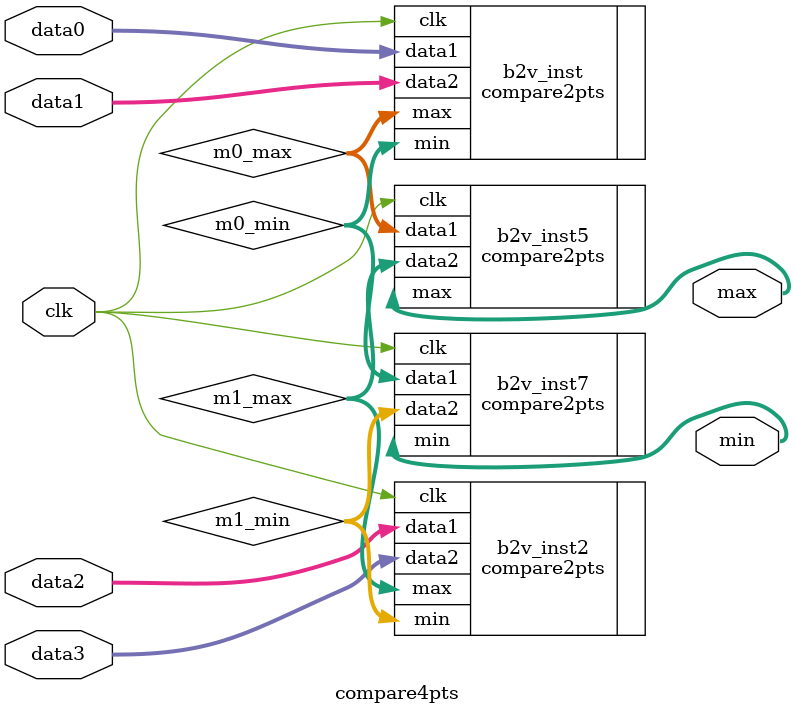
<source format=v>
`timescale 1ns / 1ps
module compare4pts(
	clk,
	data0,
	data1,
	data2,
	data3,
	max,
	min
);
input	clk;
input	[7:0] data0;
input	[7:0] data1;
input	[7:0] data2;
input	[7:0] data3;
output	[7:0] max;
output	[7:0] min;

wire	[7:0] m0_max;
wire	[7:0] m0_min;
wire	[7:0] m1_max;
wire	[7:0] m1_min;





compare2pts	b2v_inst(
	.clk(clk),
	.data1(data0),
	.data2(data1),
	.max(m0_max),
	.min(m0_min));


compare2pts	b2v_inst2(
	.clk(clk),
	.data1(data2),
	.data2(data3),
	.max(m1_max),
	.min(m1_min));


compare2pts	b2v_inst5(
	.clk(clk),
	.data1(m0_max),
	.data2(m1_max),
	.max(max)
	);


compare2pts	b2v_inst7(
	.clk(clk),
	.data1(m0_min),
	.data2(m1_min),
	
	.min(min));


endmodule


</source>
